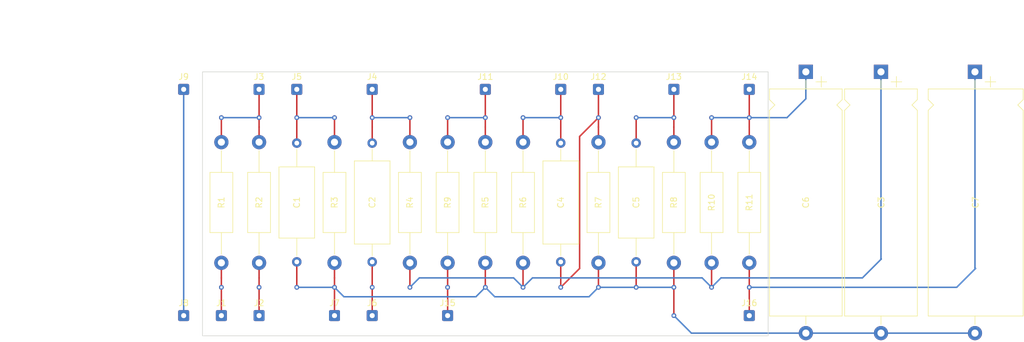
<source format=kicad_pcb>
(kicad_pcb (version 20211014) (generator pcbnew)
  (title_block (title "Chomp Amp"))
  (layers (0 "F.Cu" signal) (31 "B.Cu" signal) (34 "B.Paste" user) (35 "F.Paste" user) (36 "B.SilkS" user "B.Silkscreen") (37 "F.SilkS" user "F.Silkscreen") (38 "B.Mask" user) (39 "F.Mask" user) (44 "Edge.Cuts" user))
  (net 0 "")
  (net 1 "Net-(C1-Pad1)")
  (net 2 "Net-(J1-Pad1)")
  (net 3 "Net-(J2-Pad1)")
  (net 4 "Net-(J3-Pad1)")
  (net 5 "Net-(J8-Pad1)")
  (net 6 "Net-(C2-Pad1)")
  (net 7 "Net-(C2-Pad2)")
  (net 8 "Net-(C4-Pad1)")
  (net 9 "Net-(C4-Pad2)")
  (net 10 "Net-(C5-Pad1)")
  (net 11 "Net-(C7-Pad1)")
  (net 12 "GND")
  (net 13 "Net-(J11-Pad1)")
  (net 14 "Net-(C3-Pad1)")
  (net 15 "Net-(C6-Pad1)")
  (net 16 "Net-(J15-Pad1)")
  (footprint "Library:CP_Axial_L38.0mm_D16.0mm_P44.00mm_Horizontal" (layer "F.Cu") (at 209.455 82.55 -90)
    (fp_text reference "C7" (at 22 -0.095 90) (layer "F.SilkS"))
    (fp_text value "16")
    (fp_line (start 1.44 0) (end 2.88 0) (layer "F.SilkS") (width 0.12))
    (fp_line (start 1.68 -3.5) (end 1.68 -1.7) (layer "F.SilkS") (width 0.12))
    (fp_line (start 6.48 -8.12) (end 41.12 -8.12) (layer "F.SilkS") (width 0.12))
    (fp_line (start 4.68 7.87) (end 5.58 6.97) (layer "F.SilkS") (width 0.12))
    (fp_line (start 2.88 -8.12) (end 2.88 7.87) (layer "F.SilkS") (width 0.12))
    (fp_line (start 41.12 -8.12) (end 41.12 7.87) (layer "F.SilkS") (width 0.12))
    (fp_line (start 0.78 -2.6) (end 2.58 -2.6) (layer "F.SilkS") (width 0.12))
    (fp_line (start 2.88 7.87) (end 4.68 7.87) (layer "F.SilkS") (width 0.12))
    (fp_line (start 2.88 -8.12) (end 4.68 -8.12) (layer "F.SilkS") (width 0.12))
    (fp_line (start 5.58 -7.22) (end 6.48 -8.12) (layer "F.SilkS") (width 0.12))
    (fp_line (start 6.48 7.87) (end 41.12 7.87) (layer "F.SilkS") (width 0.12))
    (fp_line (start 42.56 0) (end 41.12 0) (layer "F.SilkS") (width 0.12))
    (fp_line (start 4.68 -8.12) (end 5.58 -7.22) (layer "F.SilkS") (width 0.12))
    (fp_line (start 5.58 6.97) (end 6.48 7.87) (layer "F.SilkS") (width 0.12))
    (pad "1" thru_hole rect (at 0 0 270) (size 2.4 2.4) (drill 1.2) (layers *.Cu *.Mask) (net 11 "Net-(C7-Pad1)"))
    (pad "2" thru_hole oval (at 44 0 270) (size 2.4 2.4) (drill 1.2) (layers *.Cu *.Mask) (net 12 "GND"))
  )
  (footprint "Library:C_Axial_L14.0mm_D6mm_P20.00mm_Horizontal" (layer "F.Cu") (at 139.7 94.55 -90)
    (fp_text reference "C4" (at 10 0 -90) (layer "F.SilkS"))
    (fp_text value ".022")
    (fp_line (start 17 -3) (end 3 -3) (layer "F.SilkS") (width 0.12))
    (fp_line (start 3 -3) (end 3 3) (layer "F.SilkS") (width 0.12))
    (fp_line (start 17 3) (end 17 -3) (layer "F.SilkS") (width 0.12))
    (fp_line (start 1.04 0) (end 3 0) (layer "F.SilkS") (width 0.12))
    (fp_line (start 18.96 0) (end 17 0) (layer "F.SilkS") (width 0.12))
    (fp_line (start 3 3) (end 17 3) (layer "F.SilkS") (width 0.12))
    (pad "1" thru_hole circle (at 0 0 270) (size 1.6 1.6) (drill 0.8) (layers *.Cu *.Mask) (net 8 "Net-(C4-Pad1)"))
    (pad "2" thru_hole oval (at 20 0 270) (size 1.6 1.6) (drill 0.8) (layers *.Cu *.Mask) (net 9 "Net-(C4-Pad2)"))
  )
  (footprint "Connector_Wire:SolderWire-0.25sqmm_1x01_D0.65mm_OD1.7mm" (layer "F.Cu") (at 146.05 85.5)
    (fp_text reference "J12" (at 0 -2.12) (layer "F.SilkS"))
    (fp_text value "V2-5")
    (pad "1" thru_hole roundrect (at 0 0) (size 1.85 1.85) (drill 0.85) (layers *.Cu *.Mask) (roundrect_rratio 0.135135) (net 9 "Net-(C4-Pad2)"))
  )
  (footprint "Connector_Wire:SolderWire-0.25sqmm_1x01_D0.65mm_OD1.7mm" (layer "F.Cu") (at 95.25 85.5)
    (fp_text reference "J5" (at 0 -2.12) (layer "F.SilkS"))
    (fp_text value "V1-3")
    (pad "1" thru_hole roundrect (at 0 0) (size 1.85 1.85) (drill 0.85) (layers *.Cu *.Mask) (roundrect_rratio 0.135135) (net 1 "Net-(C1-Pad1)"))
  )
  (footprint "Library:C_Axial_L12.0mm_D6mm_P20.00mm_Horizontal" (layer "F.Cu") (at 152.4 94.55 -90)
    (fp_text reference "C5" (at 10 0 -90) (layer "F.SilkS"))
    (fp_text value "25")
    (fp_line (start 18.96 0) (end 16 0) (layer "F.SilkS") (width 0.12))
    (fp_line (start 4 -3) (end 4 3) (layer "F.SilkS") (width 0.12))
    (fp_line (start 16 3) (end 16 -3) (layer "F.SilkS") (width 0.12))
    (fp_line (start 1.04 0) (end 4 0) (layer "F.SilkS") (width 0.12))
    (fp_line (start 16 -3) (end 4 -3) (layer "F.SilkS") (width 0.12))
    (fp_line (start 4 3) (end 16 3) (layer "F.SilkS") (width 0.12))
    (pad "1" thru_hole circle (at 0 0 270) (size 1.6 1.6) (drill 0.8) (layers *.Cu *.Mask) (net 10 "Net-(C5-Pad1)"))
    (pad "2" thru_hole oval (at 20 0 270) (size 1.6 1.6) (drill 0.8) (layers *.Cu *.Mask) (net 12 "GND"))
  )
  (footprint "Resistor_THT:R_Axial_DIN0411_L9.9mm_D3.6mm_P20.32mm_Horizontal" (layer "F.Cu") (at 165.1 114.71 90)
    (fp_text reference "R10" (at 10.16 0 90) (layer "F.SilkS"))
    (fp_text value "22K")
    (fp_line (start 5.09 1.92) (end 15.23 1.92) (layer "F.SilkS") (width 0.12))
    (fp_line (start 15.23 1.92) (end 15.23 -1.92) (layer "F.SilkS") (width 0.12))
    (fp_line (start 5.09 -1.92) (end 5.09 1.92) (layer "F.SilkS") (width 0.12))
    (fp_line (start 1.44 0) (end 5.09 0) (layer "F.SilkS") (width 0.12))
    (fp_line (start 15.23 -1.92) (end 5.09 -1.92) (layer "F.SilkS") (width 0.12))
    (fp_line (start 18.88 0) (end 15.23 0) (layer "F.SilkS") (width 0.12))
    (pad "1" thru_hole circle (at 0 0 90) (size 2.4 2.4) (drill 1.2) (layers *.Cu *.Mask) (net 14 "Net-(C3-Pad1)"))
    (pad "2" thru_hole oval (at 20.32 0 90) (size 2.4 2.4) (drill 1.2) (layers *.Cu *.Mask) (net 15 "Net-(C6-Pad1)"))
  )
  (footprint "Library:CP_Axial_L38.0mm_D12.0mm_P44.00mm_Horizontal" (layer "F.Cu") (at 180.975 82.55 -90)
    (fp_text reference "C6" (at 22 0 -90) (layer "F.SilkS"))
    (fp_text value "8")
    (fp_line (start 2.88 -6.12) (end 4.68 -6.12) (layer "F.SilkS") (width 0.12))
    (fp_line (start 6.48 -6.12) (end 41.12 -6.12) (layer "F.SilkS") (width 0.12))
    (fp_line (start 5.58 -5.22) (end 6.48 -6.12) (layer "F.SilkS") (width 0.12))
    (fp_line (start 1.68 -3.5) (end 1.68 -1.7) (layer "F.SilkS") (width 0.12))
    (fp_line (start 2.88 6.12) (end 4.68 6.12) (layer "F.SilkS") (width 0.12))
    (fp_line (start 5.58 5.22) (end 6.48 6.12) (layer "F.SilkS") (width 0.12))
    (fp_line (start 42.56 0) (end 41.12 0) (layer "F.SilkS") (width 0.12))
    (fp_line (start 1.44 0) (end 2.88 0) (layer "F.SilkS") (width 0.12))
    (fp_line (start 41.12 -6.12) (end 41.12 6.12) (layer "F.SilkS") (width 0.12))
    (fp_line (start 2.88 -6.12) (end 2.88 6.12) (layer "F.SilkS") (width 0.12))
    (fp_line (start 4.68 -6.12) (end 5.58 -5.22) (layer "F.SilkS") (width 0.12))
    (fp_line (start 6.48 6.12) (end 41.12 6.12) (layer "F.SilkS") (width 0.12))
    (fp_line (start 4.68 6.12) (end 5.58 5.22) (layer "F.SilkS") (width 0.12))
    (fp_line (start 0.78 -2.6) (end 2.58 -2.6) (layer "F.SilkS") (width 0.12))
    (pad "1" thru_hole rect (at 0 0 270) (size 2.4 2.4) (drill 1.2) (layers *.Cu *.Mask) (net 15 "Net-(C6-Pad1)"))
    (pad "2" thru_hole oval (at 44 0 270) (size 2.4 2.4) (drill 1.2) (layers *.Cu *.Mask) (net 12 "GND"))
  )
  (footprint "Connector_Wire:SolderWire-0.25sqmm_1x01_D0.65mm_OD1.7mm" (layer "F.Cu") (at 171.45 85.5)
    (fp_text reference "J14" (at 0 -2.12) (layer "F.SilkS"))
    (fp_text value "V2-4")
    (pad "1" thru_hole roundrect (at 0 0) (size 1.85 1.85) (drill 0.85) (layers *.Cu *.Mask) (roundrect_rratio 0.135135) (net 15 "Net-(C6-Pad1)"))
  )
  (footprint "Resistor_THT:R_Axial_DIN0411_L9.9mm_D3.6mm_P20.32mm_Horizontal" (layer "F.Cu") (at 127 94.39 -90)
    (fp_text reference "R5" (at 10.16 0 -90) (layer "F.SilkS"))
    (fp_text value "1K5")
    (fp_line (start 5.09 1.92) (end 15.23 1.92) (layer "F.SilkS") (width 0.12))
    (fp_line (start 5.09 -1.92) (end 5.09 1.92) (layer "F.SilkS") (width 0.12))
    (fp_line (start 15.23 -1.92) (end 5.09 -1.92) (layer "F.SilkS") (width 0.12))
    (fp_line (start 15.23 1.92) (end 15.23 -1.92) (layer "F.SilkS") (width 0.12))
    (fp_line (start 18.88 0) (end 15.23 0) (layer "F.SilkS") (width 0.12))
    (fp_line (start 1.44 0) (end 5.09 0) (layer "F.SilkS") (width 0.12))
    (pad "1" thru_hole circle (at 0 0 270) (size 2.4 2.4) (drill 1.2) (layers *.Cu *.Mask) (net 13 "Net-(J11-Pad1)"))
    (pad "2" thru_hole oval (at 20.32 0 270) (size 2.4 2.4) (drill 1.2) (layers *.Cu *.Mask) (net 12 "GND"))
  )
  (footprint "Connector_Wire:SolderWire-0.25sqmm_1x01_D0.65mm_OD1.7mm" (layer "F.Cu") (at 76.2 85.5)
    (fp_text reference "J9" (at 0 -2.12) (layer "F.SilkS"))
    (fp_text value "V1-7")
    (pad "1" thru_hole roundrect (at 0 0) (size 1.85 1.85) (drill 0.85) (layers *.Cu *.Mask) (roundrect_rratio 0.135135) (net 5 "Net-(J8-Pad1)"))
  )
  (footprint "Connector_Wire:SolderWire-0.25sqmm_1x01_D0.65mm_OD1.7mm" (layer "F.Cu") (at 82.55 123.6)
    (fp_text reference "J1" (at 0 -2.12) (layer "F.SilkS"))
    (fp_text value "IN2")
    (pad "1" thru_hole roundrect (at 0 0) (size 1.85 1.85) (drill 0.85) (layers *.Cu *.Mask) (roundrect_rratio 0.135135) (net 2 "Net-(J1-Pad1)"))
  )
  (footprint "Connector_Wire:SolderWire-0.25sqmm_1x01_D0.65mm_OD1.7mm" (layer "F.Cu") (at 127 85.5)
    (fp_text reference "J11" (at 0 -2.12) (layer "F.SilkS"))
    (fp_text value "V1-8")
    (pad "1" thru_hole roundrect (at 0 0) (size 1.85 1.85) (drill 0.85) (layers *.Cu *.Mask) (roundrect_rratio 0.135135) (net 13 "Net-(J11-Pad1)"))
  )
  (footprint "Connector_Wire:SolderWire-0.25sqmm_1x01_D0.65mm_OD1.7mm" (layer "F.Cu") (at 88.9 85.5)
    (fp_text reference "J3" (at 0 -2.12) (layer "F.SilkS"))
    (fp_text value "V1-2")
    (pad "1" thru_hole roundrect (at 0 0) (size 1.85 1.85) (drill 0.85) (layers *.Cu *.Mask) (roundrect_rratio 0.135135) (net 4 "Net-(J3-Pad1)"))
  )
  (footprint "Connector_Wire:SolderWire-0.25sqmm_1x01_D0.65mm_OD1.7mm" (layer "F.Cu") (at 158.75 85.5)
    (fp_text reference "J13" (at 0 -2.12) (layer "F.SilkS"))
    (fp_text value "V2-8")
    (pad "1" thru_hole roundrect (at 0 0) (size 1.85 1.85) (drill 0.85) (layers *.Cu *.Mask) (roundrect_rratio 0.135135) (net 10 "Net-(C5-Pad1)"))
  )
  (footprint "Resistor_THT:R_Axial_DIN0411_L9.9mm_D3.6mm_P20.32mm_Horizontal" (layer "F.Cu") (at 120.65 94.39 -90)
    (fp_text reference "R9" (at 10.16 0 -90) (layer "F.SilkS"))
    (fp_text value "22K")
    (fp_line (start 5.09 -1.92) (end 5.09 1.92) (layer "F.SilkS") (width 0.12))
    (fp_line (start 5.09 1.92) (end 15.23 1.92) (layer "F.SilkS") (width 0.12))
    (fp_line (start 15.23 -1.92) (end 5.09 -1.92) (layer "F.SilkS") (width 0.12))
    (fp_line (start 15.23 1.92) (end 15.23 -1.92) (layer "F.SilkS") (width 0.12))
    (fp_line (start 1.44 0) (end 5.09 0) (layer "F.SilkS") (width 0.12))
    (fp_line (start 18.88 0) (end 15.23 0) (layer "F.SilkS") (width 0.12))
    (pad "1" thru_hole circle (at 0 0 270) (size 2.4 2.4) (drill 1.2) (layers *.Cu *.Mask) (net 13 "Net-(J11-Pad1)"))
    (pad "2" thru_hole oval (at 20.32 0 270) (size 2.4 2.4) (drill 1.2) (layers *.Cu *.Mask) (net 16 "Net-(J15-Pad1)"))
  )
  (footprint "Resistor_THT:R_Axial_DIN0411_L9.9mm_D3.6mm_P20.32mm_Horizontal" (layer "F.Cu") (at 88.9 114.71 90)
    (fp_text reference "R2" (at 10.16 0 90) (layer "F.SilkS"))
    (fp_text value "68K")
    (fp_line (start 15.23 1.92) (end 15.23 -1.92) (layer "F.SilkS") (width 0.12))
    (fp_line (start 18.88 0) (end 15.23 0) (layer "F.SilkS") (width 0.12))
    (fp_line (start 15.23 -1.92) (end 5.09 -1.92) (layer "F.SilkS") (width 0.12))
    (fp_line (start 5.09 -1.92) (end 5.09 1.92) (layer "F.SilkS") (width 0.12))
    (fp_line (start 5.09 1.92) (end 15.23 1.92) (layer "F.SilkS") (width 0.12))
    (fp_line (start 1.44 0) (end 5.09 0) (layer "F.SilkS") (width 0.12))
    (pad "1" thru_hole circle (at 0 0 90) (size 2.4 2.4) (drill 1.2) (layers *.Cu *.Mask) (net 3 "Net-(J2-Pad1)"))
    (pad "2" thru_hole oval (at 20.32 0 90) (size 2.4 2.4) (drill 1.2) (layers *.Cu *.Mask) (net 4 "Net-(J3-Pad1)"))
  )
  (footprint "Resistor_THT:R_Axial_DIN0411_L9.9mm_D3.6mm_P20.32mm_Horizontal" (layer "F.Cu") (at 171.45 94.39 -90)
    (fp_text reference "R11" (at 10.16 0 -90) (layer "F.SilkS"))
    (fp_text value "10K")
    (fp_line (start 15.23 1.92) (end 15.23 -1.92) (layer "F.SilkS") (width 0.12))
    (fp_line (start 18.88 0) (end 15.23 0) (layer "F.SilkS") (width 0.12))
    (fp_line (start 15.23 -1.92) (end 5.09 -1.92) (layer "F.SilkS") (width 0.12))
    (fp_line (start 5.09 -1.92) (end 5.09 1.92) (layer "F.SilkS") (width 0.12))
    (fp_line (start 5.09 1.92) (end 15.23 1.92) (layer "F.SilkS") (width 0.12))
    (fp_line (start 1.44 0) (end 5.09 0) (layer "F.SilkS") (width 0.12))
    (pad "1" thru_hole circle (at 0 0 270) (size 2.4 2.4) (drill 1.2) (layers *.Cu *.Mask) (net 15 "Net-(C6-Pad1)"))
    (pad "2" thru_hole oval (at 20.32 0 270) (size 2.4 2.4) (drill 1.2) (layers *.Cu *.Mask) (net 11 "Net-(C7-Pad1)"))
  )
  (footprint "Resistor_THT:R_Axial_DIN0411_L9.9mm_D3.6mm_P20.32mm_Horizontal" (layer "F.Cu") (at 82.55 114.71 90)
    (fp_text reference "R1" (at 10.16 0 90) (layer "F.SilkS"))
    (fp_text value "68K")
    (fp_line (start 5.09 -1.92) (end 5.09 1.92) (layer "F.SilkS") (width 0.12))
    (fp_line (start 18.88 0) (end 15.23 0) (layer "F.SilkS") (width 0.12))
    (fp_line (start 15.23 1.92) (end 15.23 -1.92) (layer "F.SilkS") (width 0.12))
    (fp_line (start 1.44 0) (end 5.09 0) (layer "F.SilkS") (width 0.12))
    (fp_line (start 15.23 -1.92) (end 5.09 -1.92) (layer "F.SilkS") (width 0.12))
    (fp_line (start 5.09 1.92) (end 15.23 1.92) (layer "F.SilkS") (width 0.12))
    (pad "1" thru_hole circle (at 0 0 90) (size 2.4 2.4) (drill 1.2) (layers *.Cu *.Mask) (net 2 "Net-(J1-Pad1)"))
    (pad "2" thru_hole oval (at 20.32 0 90) (size 2.4 2.4) (drill 1.2) (layers *.Cu *.Mask) (net 4 "Net-(J3-Pad1)"))
  )
  (footprint "Connector_Wire:SolderWire-0.25sqmm_1x01_D0.65mm_OD1.7mm" (layer "F.Cu") (at 171.45 123.6)
    (fp_text reference "J16" (at 0 -2.12) (layer "F.SilkS"))
    (fp_text value "T1-2")
    (pad "1" thru_hole roundrect (at 0 0) (size 1.85 1.85) (drill 0.85) (layers *.Cu *.Mask) (roundrect_rratio 0.135135) (net 11 "Net-(C7-Pad1)"))
  )
  (footprint "Resistor_THT:R_Axial_DIN0411_L9.9mm_D3.6mm_P20.32mm_Horizontal" (layer "F.Cu") (at 146.05 94.39 -90)
    (fp_text reference "R7" (at 10.16 0 90) (layer "F.SilkS"))
    (fp_text value "220K")
    (fp_line (start 5.09 -1.92) (end 5.09 1.92) (layer "F.SilkS") (width 0.12))
    (fp_line (start 18.88 0) (end 15.23 0) (layer "F.SilkS") (width 0.12))
    (fp_line (start 15.23 1.92) (end 15.23 -1.92) (layer "F.SilkS") (width 0.12))
    (fp_line (start 15.23 -1.92) (end 5.09 -1.92) (layer "F.SilkS") (width 0.12))
    (fp_line (start 5.09 1.92) (end 15.23 1.92) (layer "F.SilkS") (width 0.12))
    (fp_line (start 1.44 0) (end 5.09 0) (layer "F.SilkS") (width 0.12))
    (pad "1" thru_hole circle (at 0 0 270) (size 2.4 2.4) (drill 1.2) (layers *.Cu *.Mask) (net 9 "Net-(C4-Pad2)"))
    (pad "2" thru_hole oval (at 20.32 0 270) (size 2.4 2.4) (drill 1.2) (layers *.Cu *.Mask) (net 12 "GND"))
  )
  (footprint "Resistor_THT:R_Axial_DIN0411_L9.9mm_D3.6mm_P20.32mm_Horizontal" (layer "F.Cu") (at 158.75 94.39 -90)
    (fp_text reference "R8" (at 10.16 0 -90) (layer "F.SilkS"))
    (fp_text value "470")
    (fp_line (start 15.23 1.92) (end 15.23 -1.92) (layer "F.SilkS") (width 0.12))
    (fp_line (start 5.09 1.92) (end 15.23 1.92) (layer "F.SilkS") (width 0.12))
    (fp_line (start 18.88 0) (end 15.23 0) (layer "F.SilkS") (width 0.12))
    (fp_line (start 1.44 0) (end 5.09 0) (layer "F.SilkS") (width 0.12))
    (fp_line (start 15.23 -1.92) (end 5.09 -1.92) (layer "F.SilkS") (width 0.12))
    (fp_line (start 5.09 -1.92) (end 5.09 1.92) (layer "F.SilkS") (width 0.12))
    (pad "1" thru_hole circle (at 0 0 270) (size 2.4 2.4) (drill 1.2) (layers *.Cu *.Mask) (net 10 "Net-(C5-Pad1)"))
    (pad "2" thru_hole oval (at 20.32 0 270) (size 2.4 2.4) (drill 1.2) (layers *.Cu *.Mask) (net 12 "GND"))
  )
  (footprint "Library:C_Axial_L12.0mm_D6mm_P20.00mm_Horizontal" (layer "F.Cu") (at 95.25 94.55 -90)
    (fp_text reference "C1" (at 10 0 -90) (layer "F.SilkS"))
    (fp_text value "25")
    (fp_line (start 1.04 0) (end 4 0) (layer "F.SilkS") (width 0.12))
    (fp_line (start 4 -3) (end 4 3) (layer "F.SilkS") (width 0.12))
    (fp_line (start 4 3) (end 16 3) (layer "F.SilkS") (width 0.12))
    (fp_line (start 16 3) (end 16 -3) (layer "F.SilkS") (width 0.12))
    (fp_line (start 16 -3) (end 4 -3) (layer "F.SilkS") (width 0.12))
    (fp_line (start 18.96 0) (end 16 0) (layer "F.SilkS") (width 0.12))
    (pad "1" thru_hole circle (at 0 0 270) (size 1.6 1.6) (drill 0.8) (layers *.Cu *.Mask) (net 1 "Net-(C1-Pad1)"))
    (pad "2" thru_hole oval (at 20 0 270) (size 1.6 1.6) (drill 0.8) (layers *.Cu *.Mask) (net 12 "GND"))
  )
  (footprint "Resistor_THT:R_Axial_DIN0411_L9.9mm_D3.6mm_P20.32mm_Horizontal" (layer "F.Cu") (at 101.6 94.39 -90)
    (fp_text reference "R3" (at 10.16 0 -90) (layer "F.SilkS"))
    (fp_text value "1K5")
    (fp_line (start 15.23 -1.92) (end 5.09 -1.92) (layer "F.SilkS") (width 0.12))
    (fp_line (start 5.09 -1.92) (end 5.09 1.92) (layer "F.SilkS") (width 0.12))
    (fp_line (start 5.09 1.92) (end 15.23 1.92) (layer "F.SilkS") (width 0.12))
    (fp_line (start 18.88 0) (end 15.23 0) (layer "F.SilkS") (width 0.12))
    (fp_line (start 15.23 1.92) (end 15.23 -1.92) (layer "F.SilkS") (width 0.12))
    (fp_line (start 1.44 0) (end 5.09 0) (layer "F.SilkS") (width 0.12))
    (pad "1" thru_hole circle (at 0 0 270) (size 2.4 2.4) (drill 1.2) (layers *.Cu *.Mask) (net 1 "Net-(C1-Pad1)"))
    (pad "2" thru_hole oval (at 20.32 0 270) (size 2.4 2.4) (drill 1.2) (layers *.Cu *.Mask) (net 12 "GND"))
  )
  (footprint "Resistor_THT:R_Axial_DIN0411_L9.9mm_D3.6mm_P20.32mm_Horizontal" (layer "F.Cu") (at 133.35 94.39 -90)
    (fp_text reference "R6" (at 10.16 0 -90) (layer "F.SilkS"))
    (fp_text value "100K")
    (fp_line (start 5.09 1.92) (end 15.23 1.92) (layer "F.SilkS") (width 0.12))
    (fp_line (start 5.09 -1.92) (end 5.09 1.92) (layer "F.SilkS") (width 0.12))
    (fp_line (start 15.23 1.92) (end 15.23 -1.92) (layer "F.SilkS") (width 0.12))
    (fp_line (start 18.88 0) (end 15.23 0) (layer "F.SilkS") (width 0.12))
    (fp_line (start 1.44 0) (end 5.09 0) (layer "F.SilkS") (width 0.12))
    (fp_line (start 15.23 -1.92) (end 5.09 -1.92) (layer "F.SilkS") (width 0.12))
    (pad "1" thru_hole circle (at 0 0 270) (size 2.4 2.4) (drill 1.2) (layers *.Cu *.Mask) (net 8 "Net-(C4-Pad1)"))
    (pad "2" thru_hole oval (at 20.32 0 270) (size 2.4 2.4) (drill 1.2) (layers *.Cu *.Mask) (net 14 "Net-(C3-Pad1)"))
  )
  (footprint "Connector_Wire:SolderWire-0.25sqmm_1x01_D0.65mm_OD1.7mm" (layer "F.Cu") (at 107.95 85.5)
    (fp_text reference "J4" (at 0 -2.12) (layer "F.SilkS"))
    (fp_text value "V1-1")
    (pad "1" thru_hole roundrect (at 0 0) (size 1.85 1.85) (drill 0.85) (layers *.Cu *.Mask) (roundrect_rratio 0.135135) (net 6 "Net-(C2-Pad1)"))
  )
  (footprint "Connector_Wire:SolderWire-0.25sqmm_1x01_D0.65mm_OD1.7mm" (layer "F.Cu") (at 88.9 123.6)
    (fp_text reference "J2" (at 0 -2.12) (layer "F.SilkS"))
    (fp_text value "IN1")
    (pad "1" thru_hole roundrect (at 0 0) (size 1.85 1.85) (drill 0.85) (layers *.Cu *.Mask) (roundrect_rratio 0.135135) (net 3 "Net-(J2-Pad1)"))
  )
  (footprint "Library:C_Axial_L14.0mm_D6mm_P20.00mm_Horizontal" (layer "F.Cu") (at 107.95 94.55 -90)
    (fp_text reference "C2" (at 10 0 -90) (layer "F.SilkS"))
    (fp_text value ".022")
    (fp_line (start 17 3) (end 17 -3) (layer "F.SilkS") (width 0.12))
    (fp_line (start 17 -3) (end 3 -3) (layer "F.SilkS") (width 0.12))
    (fp_line (start 1.04 0) (end 3 0) (layer "F.SilkS") (width 0.12))
    (fp_line (start 3 3) (end 17 3) (layer "F.SilkS") (width 0.12))
    (fp_line (start 18.96 0) (end 17 0) (layer "F.SilkS") (width 0.12))
    (fp_line (start 3 -3) (end 3 3) (layer "F.SilkS") (width 0.12))
    (pad "1" thru_hole circle (at 0 0 270) (size 1.6 1.6) (drill 0.8) (layers *.Cu *.Mask) (net 6 "Net-(C2-Pad1)"))
    (pad "2" thru_hole oval (at 20 0 270) (size 1.6 1.6) (drill 0.8) (layers *.Cu *.Mask) (net 7 "Net-(C2-Pad2)"))
  )
  (footprint "Connector_Wire:SolderWire-0.25sqmm_1x01_D0.65mm_OD1.7mm" (layer "F.Cu") (at 120.65 123.6)
    (fp_text reference "J15" (at 0 -2.12) (layer "F.SilkS"))
    (fp_text value "T1-4")
    (pad "1" thru_hole roundrect (at 0 0) (size 1.85 1.85) (drill 0.85) (layers *.Cu *.Mask) (roundrect_rratio 0.135135) (net 16 "Net-(J15-Pad1)"))
  )
  (footprint "Library:CP_Axial_L38.0mm_D12.0mm_P44.00mm_Horizontal" (layer "F.Cu") (at 193.6275 82.55 -90)
    (fp_text reference "C3" (at 22 -0.0475 90) (layer "F.SilkS"))
    (fp_text value "8")
    (fp_line (start 42.56 0) (end 41.12 0) (layer "F.SilkS") (width 0.12))
    (fp_line (start 2.88 -6.12) (end 4.68 -6.12) (layer "F.SilkS") (width 0.12))
    (fp_line (start 5.58 -5.22) (end 6.48 -6.12) (layer "F.SilkS") (width 0.12))
    (fp_line (start 6.48 -6.12) (end 41.12 -6.12) (layer "F.SilkS") (width 0.12))
    (fp_line (start 4.68 -6.12) (end 5.58 -5.22) (layer "F.SilkS") (width 0.12))
    (fp_line (start 41.12 -6.12) (end 41.12 6.12) (layer "F.SilkS") (width 0.12))
    (fp_line (start 4.68 6.12) (end 5.58 5.22) (layer "F.SilkS") (width 0.12))
    (fp_line (start 0.78 -2.6) (end 2.58 -2.6) (layer "F.SilkS") (width 0.12))
    (fp_line (start 1.68 -3.5) (end 1.68 -1.7) (layer "F.SilkS") (width 0.12))
    (fp_line (start 2.88 -6.12) (end 2.88 6.12) (layer "F.SilkS") (width 0.12))
    (fp_line (start 5.58 5.22) (end 6.48 6.12) (layer "F.SilkS") (width 0.12))
    (fp_line (start 2.88 6.12) (end 4.68 6.12) (layer "F.SilkS") (width 0.12))
    (fp_line (start 1.44 0) (end 2.88 0) (layer "F.SilkS") (width 0.12))
    (fp_line (start 6.48 6.12) (end 41.12 6.12) (layer "F.SilkS") (width 0.12))
    (pad "1" thru_hole rect (at 0 0 270) (size 2.4 2.4) (drill 1.2) (layers *.Cu *.Mask) (net 14 "Net-(C3-Pad1)"))
    (pad "2" thru_hole oval (at 44 0 270) (size 2.4 2.4) (drill 1.2) (layers *.Cu *.Mask) (net 12 "GND"))
  )
  (footprint "Connector_Wire:SolderWire-0.25sqmm_1x01_D0.65mm_OD1.7mm" (layer "F.Cu") (at 107.95 123.6)
    (fp_text reference "J6" (at 0 -2.12) (layer "F.SilkS"))
    (fp_text value "RV1-1")
    (pad "1" thru_hole roundrect (at 0 0) (size 1.85 1.85) (drill 0.85) (layers *.Cu *.Mask) (roundrect_rratio 0.135135) (net 7 "Net-(C2-Pad2)"))
  )
  (footprint "Resistor_THT:R_Axial_DIN0411_L9.9mm_D3.6mm_P20.32mm_Horizontal" (layer "F.Cu") (at 114.3 94.39 -90)
    (fp_text reference "R4" (at 10.16 0 -90) (layer "F.SilkS"))
    (fp_text value "100K")
    (fp_line (start 5.09 -1.92) (end 5.09 1.92) (layer "F.SilkS") (width 0.12))
    (fp_line (start 18.88 0) (end 15.23 0) (layer "F.SilkS") (width 0.12))
    (fp_line (start 15.23 1.92) (end 15.23 -1.92) (layer "F.SilkS") (width 0.12))
    (fp_line (start 5.09 1.92) (end 15.23 1.92) (layer "F.SilkS") (width 0.12))
    (fp_line (start 15.23 -1.92) (end 5.09 -1.92) (layer "F.SilkS") (width 0.12))
    (fp_line (start 1.44 0) (end 5.09 0) (layer "F.SilkS") (width 0.12))
    (pad "1" thru_hole circle (at 0 0 270) (size 2.4 2.4) (drill 1.2) (layers *.Cu *.Mask) (net 6 "Net-(C2-Pad1)"))
    (pad "2" thru_hole oval (at 20.32 0 270) (size 2.4 2.4) (drill 1.2) (layers *.Cu *.Mask) (net 14 "Net-(C3-Pad1)"))
  )
  (footprint "Connector_Wire:SolderWire-0.25sqmm_1x01_D0.65mm_OD1.7mm" (layer "F.Cu") (at 101.6 123.6)
    (fp_text reference "J7" (at 0 -2.12) (layer "F.SilkS"))
    (fp_text value "RV1-3")
    (pad "1" thru_hole roundrect (at 0 0) (size 1.85 1.85) (drill 0.85) (layers *.Cu *.Mask) (roundrect_rratio 0.135135) (net 12 "GND"))
  )
  (footprint "Connector_Wire:SolderWire-0.25sqmm_1x01_D0.65mm_OD1.7mm" (layer "F.Cu") (at 76.2 123.6)
    (fp_text reference "J8" (at 0 -2.12) (layer "F.SilkS"))
    (fp_text value "RV1-2")
    (pad "1" thru_hole roundrect (at 0 0) (size 1.85 1.85) (drill 0.85) (layers *.Cu *.Mask) (roundrect_rratio 0.135135) (net 5 "Net-(J8-Pad1)"))
  )
  (footprint "Connector_Wire:SolderWire-0.25sqmm_1x01_D0.65mm_OD1.7mm" (layer "F.Cu") (at 139.7 85.5)
    (fp_text reference "J10" (at 0 -2.12) (layer "F.SilkS"))
    (fp_text value "V1-6")
    (pad "1" thru_hole roundrect (at 0 0) (size 1.85 1.85) (drill 0.85) (layers *.Cu *.Mask) (roundrect_rratio 0.135135) (net 8 "Net-(C4-Pad1)"))
  )
  (gr_rect (start 174.625 82.55) (end 79.375 127) (layer "Edge.Cuts") (width 0.1) (fill none))
  (segment (start 95.25 94.55) (end 95.25 91.85) (width 0.25) (layer "F.Cu") (net 1))
  (segment (start 101.44 94.55) (end 101.6 94.39) (width 0.25) (layer "F.Cu") (net 1))
  (segment (start 95.25 91.85) (end 95.25 85.5) (width 0.25) (layer "F.Cu") (net 1))
  (segment (start 101.6 94.39) (end 101.6 90.2625) (width 0.25) (layer "F.Cu") (net 1))
  (via (at 101.6 90.2625) (size 0.8) (drill 0.4) (layers "F.Cu" "B.Cu") (net 1))
  (via (at 95.25 90.2625) (size 0.8) (drill 0.4) (layers "F.Cu" "B.Cu") (net 1))
  (segment (start 95.25 90.2625) (end 101.6 90.2625) (width 0.25) (layer "B.Cu") (net 1))
  (segment (start 82.55 117.25) (end 82.55 123.6) (width 0.25) (layer "F.Cu") (net 2))
  (segment (start 82.55 114.71) (end 82.55 117.25) (width 0.25) (layer "F.Cu") (net 2))
  (via (at 82.55 118.8375) (size 0.8) (drill 0.4) (layers "F.Cu" "B.Cu") (net 2))
  (segment (start 88.9 117.25) (end 88.9 123.6) (width 0.25) (layer "F.Cu") (net 3))
  (segment (start 88.9 114.71) (end 88.9 117.25) (width 0.25) (layer "F.Cu") (net 3))
  (via (at 88.9 118.8375) (size 0.8) (drill 0.4) (layers "F.Cu" "B.Cu") (net 3))
  (segment (start 82.55 94.39) (end 82.55 90.2625) (width 0.25) (layer "F.Cu") (net 4))
  (segment (start 88.9 94.39) (end 88.9 91.85) (width 0.25) (layer "F.Cu") (net 4))
  (segment (start 88.9 91.85) (end 88.9 85.5) (width 0.25) (layer "F.Cu") (net 4))
  (via (at 82.55 90.2625) (size 0.8) (drill 0.4) (layers "F.Cu" "B.Cu") (net 4))
  (via (at 88.9 90.2625) (size 0.8) (drill 0.4) (layers "F.Cu" "B.Cu") (net 4))
  (segment (start 82.55 90.2625) (end 88.9 90.2625) (width 0.25) (layer "B.Cu") (net 4))
  (segment (start 76.2 123.6) (end 76.2 85.5) (width 0.25) (layer "B.Cu") (net 5))
  (segment (start 107.95 91.85) (end 107.95 85.5) (width 0.25) (layer "F.Cu") (net 6))
  (segment (start 114.3 94.39) (end 114.3 90.2625) (width 0.25) (layer "F.Cu") (net 6))
  (segment (start 107.95 94.55) (end 107.95 91.85) (width 0.25) (layer "F.Cu") (net 6))
  (segment (start 114.14 94.55) (end 114.3 94.39) (width 0.25) (layer "F.Cu") (net 6))
  (via (at 114.3 90.2625) (size 0.8) (drill 0.4) (layers "F.Cu" "B.Cu") (net 6))
  (via (at 107.95 90.2625) (size 0.8) (drill 0.4) (layers "F.Cu" "B.Cu") (net 6))
  (segment (start 107.95 90.2625) (end 114.3 90.2625) (width 0.25) (layer "B.Cu") (net 6))
  (segment (start 107.95 118.8375) (end 107.95 123.6) (width 0.25) (layer "F.Cu") (net 7))
  (segment (start 107.95 114.55) (end 107.95 118.8375) (width 0.25) (layer "F.Cu") (net 7))
  (via (at 107.95 118.8375) (size 0.8) (drill 0.4) (layers "F.Cu" "B.Cu") (net 7))
  (segment (start 139.54 94.39) (end 139.7 94.55) (width 0.25) (layer "F.Cu") (net 8))
  (segment (start 139.7 94.55) (end 139.7 91.85) (width 0.25) (layer "F.Cu") (net 8))
  (segment (start 133.35 94.39) (end 133.35 90.2625) (width 0.25) (layer "F.Cu") (net 8))
  (segment (start 139.7 91.85) (end 139.7 85.5) (width 0.25) (layer "F.Cu") (net 8))
  (via (at 139.7 90.2625) (size 0.8) (drill 0.4) (layers "F.Cu" "B.Cu") (net 8))
  (via (at 133.35 90.2625) (size 0.8) (drill 0.4) (layers "F.Cu" "B.Cu") (net 8))
  (segment (start 133.35 90.2625) (end 139.7 90.2625) (width 0.25) (layer "B.Cu") (net 8))
  (segment (start 146.05 91.85) (end 146.05 85.5) (width 0.25) (layer "F.Cu") (net 9))
  (segment (start 142.875 115.6625) (end 142.875 93.4375) (width 0.25) (layer "F.Cu") (net 9))
  (segment (start 142.875 93.4375) (end 146.05 90.2625) (width 0.25) (layer "F.Cu") (net 9))
  (segment (start 146.05 94.39) (end 146.05 91.85) (width 0.25) (layer "F.Cu") (net 9))
  (segment (start 139.7 114.55) (end 139.7 118.8375) (width 0.25) (layer "F.Cu") (net 9))
  (segment (start 139.7 118.8375) (end 142.875 115.6625) (width 0.25) (layer "F.Cu") (net 9))
  (via (at 139.7 118.8375) (size 0.8) (drill 0.4) (layers "F.Cu" "B.Cu") (net 9))
  (via (at 146.05 90.2625) (size 0.8) (drill 0.4) (layers "F.Cu" "B.Cu") (net 9))
  (segment (start 152.4 94.55) (end 152.4 90.2625) (width 0.25) (layer "F.Cu") (net 10))
  (segment (start 158.75 94.39) (end 158.75 91.85) (width 0.25) (layer "F.Cu") (net 10))
  (segment (start 158.75 91.85) (end 158.75 85.5) (width 0.25) (layer "F.Cu") (net 10))
  (segment (start 158.59 94.55) (end 158.75 94.39) (width 0.25) (layer "F.Cu") (net 10))
  (via (at 152.4 90.2625) (size 0.8) (drill 0.4) (layers "F.Cu" "B.Cu") (net 10))
  (via (at 158.75 90.2625) (size 0.8) (drill 0.4) (layers "F.Cu" "B.Cu") (net 10))
  (segment (start 152.4 90.2625) (end 158.75 90.2625) (width 0.25) (layer "B.Cu") (net 10))
  (segment (start 171.45 114.71) (end 171.45 118.8375) (width 0.25) (layer "F.Cu") (net 11))
  (segment (start 171.45 118.8375) (end 171.45 123.6) (width 0.25) (layer "F.Cu") (net 11))
  (via (at 171.45 118.8375) (size 0.8) (drill 0.4) (layers "F.Cu" "B.Cu") (net 11))
  (segment (start 206.375 118.8375) (end 209.55 115.6625) (width 0.25) (layer "B.Cu") (net 11))
  (segment (start 209.55 115.6625) (end 209.455 115.5675) (width 0.25) (layer "B.Cu") (net 11))
  (segment (start 209.455 115.5675) (end 209.455 82.55) (width 0.25) (layer "B.Cu") (net 11))
  (segment (start 171.45 118.8375) (end 206.375 118.8375) (width 0.25) (layer "B.Cu") (net 11))
  (segment (start 101.6 117.25) (end 101.6 123.6) (width 0.25) (layer "F.Cu") (net 12))
  (segment (start 127 118.8375) (end 127 114.71) (width 0.25) (layer "F.Cu") (net 12))
  (segment (start 146.05 118.8375) (end 146.05 117.25) (width 0.25) (layer "F.Cu") (net 12))
  (segment (start 95.25 114.55) (end 95.25 117.25) (width 0.25) (layer "F.Cu") (net 12))
  (segment (start 158.75 117.25) (end 158.75 123.6) (width 0.25) (layer "F.Cu") (net 12))
  (segment (start 158.75 114.71) (end 158.75 117.25) (width 0.25) (layer "F.Cu") (net 12))
  (segment (start 146.05 114.71) (end 146.05 117.25) (width 0.25) (layer "F.Cu") (net 12))
  (segment (start 101.6 114.71) (end 101.6 117.25) (width 0.25) (layer "F.Cu") (net 12))
  (segment (start 95.25 118.8375) (end 95.25 117.25) (width 0.25) (layer "F.Cu") (net 12))
  (segment (start 152.4 118.8375) (end 152.4 114.55) (width 0.25) (layer "F.Cu") (net 12))
  (via (at 152.4 118.8375) (size 0.8) (drill 0.4) (layers "F.Cu" "B.Cu") (net 12))
  (via (at 158.75 118.8375) (size 0.8) (drill 0.4) (layers "F.Cu" "B.Cu") (net 12))
  (via (at 158.75 123.6) (size 0.8) (drill 0.4) (layers "F.Cu" "B.Cu") (net 12))
  (via (at 101.6 118.8375) (size 0.8) (drill 0.4) (layers "F.Cu" "B.Cu") (net 12))
  (via (at 95.25 118.8375) (size 0.8) (drill 0.4) (layers "F.Cu" "B.Cu") (net 12))
  (via (at 127 118.8375) (size 0.8) (drill 0.4) (layers "F.Cu" "B.Cu") (net 12))
  (via (at 146.05 118.8375) (size 0.8) (drill 0.4) (layers "F.Cu" "B.Cu") (net 12))
  (segment (start 158.75 123.6) (end 161.7 126.55) (width 0.25) (layer "B.Cu") (net 12))
  (segment (start 95.25 118.8375) (end 101.6 118.8375) (width 0.25) (layer "B.Cu") (net 12))
  (segment (start 103.1875 120.425) (end 125.4125 120.425) (width 0.25) (layer "B.Cu") (net 12))
  (segment (start 146.05 118.8375) (end 152.4 118.8375) (width 0.25) (layer "B.Cu") (net 12))
  (segment (start 101.6 118.8375) (end 103.1875 120.425) (width 0.25) (layer "B.Cu") (net 12))
  (segment (start 193.6275 126.55) (end 209.455 126.55) (width 0.25) (layer "B.Cu") (net 12))
  (segment (start 128.5875 120.425) (end 144.4625 120.425) (width 0.25) (layer "B.Cu") (net 12))
  (segment (start 127 118.8375) (end 128.5875 120.425) (width 0.25) (layer "B.Cu") (net 12))
  (segment (start 161.7 126.55) (end 180.975 126.55) (width 0.25) (layer "B.Cu") (net 12))
  (segment (start 125.4125 120.425) (end 127 118.8375) (width 0.25) (layer "B.Cu") (net 12))
  (segment (start 180.975 126.55) (end 193.6275 126.55) (width 0.25) (layer "B.Cu") (net 12))
  (segment (start 152.4 118.8375) (end 158.75 118.8375) (width 0.25) (layer "B.Cu") (net 12))
  (segment (start 144.4625 120.425) (end 146.05 118.8375) (width 0.25) (layer "B.Cu") (net 12))
  (segment (start 127 94.39) (end 127 91.85) (width 0.25) (layer "F.Cu") (net 13))
  (segment (start 127 91.85) (end 127 85.5) (width 0.25) (layer "F.Cu") (net 13))
  (segment (start 120.65 94.39) (end 120.65 90.2625) (width 0.25) (layer "F.Cu") (net 13))
  (via (at 127 90.2625) (size 0.8) (drill 0.4) (layers "F.Cu" "B.Cu") (net 13))
  (via (at 120.65 90.2625) (size 0.8) (drill 0.4) (layers "F.Cu" "B.Cu") (net 13))
  (segment (start 120.65 90.2625) (end 127 90.2625) (width 0.25) (layer "B.Cu") (net 13))
  (segment (start 133.35 114.71) (end 133.35 118.8375) (width 0.25) (layer "F.Cu") (net 14))
  (segment (start 114.3 114.71) (end 114.3 118.8375) (width 0.25) (layer "F.Cu") (net 14))
  (segment (start 165.1 114.71) (end 165.1 118.8375) (width 0.25) (layer "F.Cu") (net 14))
  (via (at 114.3 118.8375) (size 0.8) (drill 0.4) (layers "F.Cu" "B.Cu") (net 14))
  (via (at 133.35 118.8375) (size 0.8) (drill 0.4) (layers "F.Cu" "B.Cu") (net 14))
  (via (at 165.1 118.8375) (size 0.8) (drill 0.4) (layers "F.Cu" "B.Cu") (net 14))
  (segment (start 114.3 118.8375) (end 115.8875 117.25) (width 0.25) (layer "B.Cu") (net 14))
  (segment (start 134.9375 117.25) (end 163.5125 117.25) (width 0.25) (layer "B.Cu") (net 14))
  (segment (start 190.5 117.25) (end 193.675 114.075) (width 0.25) (layer "B.Cu") (net 14))
  (segment (start 166.6875 117.25) (end 190.5 117.25) (width 0.25) (layer "B.Cu") (net 14))
  (segment (start 193.6275 114.0275) (end 193.6275 82.55) (width 0.25) (layer "B.Cu") (net 14))
  (segment (start 115.8875 117.25) (end 131.7625 117.25) (width 0.25) (layer "B.Cu") (net 14))
  (segment (start 163.5125 117.25) (end 165.1 118.8375) (width 0.25) (layer "B.Cu") (net 14))
  (segment (start 193.675 114.075) (end 193.6275 114.0275) (width 0.25) (layer "B.Cu") (net 14))
  (segment (start 131.7625 117.25) (end 133.35 118.8375) (width 0.25) (layer "B.Cu") (net 14))
  (segment (start 165.1 118.8375) (end 166.6875 117.25) (width 0.25) (layer "B.Cu") (net 14))
  (segment (start 133.35 118.8375) (end 134.9375 117.25) (width 0.25) (layer "B.Cu") (net 14))
  (segment (start 171.45 91.85) (end 171.45 85.5) (width 0.25) (layer "F.Cu") (net 15))
  (segment (start 165.1 94.39) (end 165.1 90.2625) (width 0.25) (layer "F.Cu") (net 15))
  (segment (start 171.45 94.39) (end 171.45 91.85) (width 0.25) (layer "F.Cu") (net 15))
  (via (at 171.45 90.2625) (size 0.8) (drill 0.4) (layers "F.Cu" "B.Cu") (net 15))
  (via (at 165.1 90.2625) (size 0.8) (drill 0.4) (layers "F.Cu" "B.Cu") (net 15))
  (segment (start 171.45 90.2625) (end 177.8 90.2625) (width 0.25) (layer "B.Cu") (net 15))
  (segment (start 180.975 87.0875) (end 180.975 82.55) (width 0.25) (layer "B.Cu") (net 15))
  (segment (start 171.45 90.2625) (end 165.1 90.2625) (width 0.25) (layer "B.Cu") (net 15))
  (segment (start 177.8 90.2625) (end 180.975 87.0875) (width 0.25) (layer "B.Cu") (net 15))
  (segment (start 120.65 114.71) (end 120.65 118.8375) (width 0.25) (layer "F.Cu") (net 16))
  (segment (start 120.65 118.8375) (end 120.65 123.6) (width 0.25) (layer "F.Cu") (net 16))
  (via (at 120.65 118.8375) (size 0.8) (drill 0.4) (layers "F.Cu" "B.Cu") (net 16))
)
</source>
